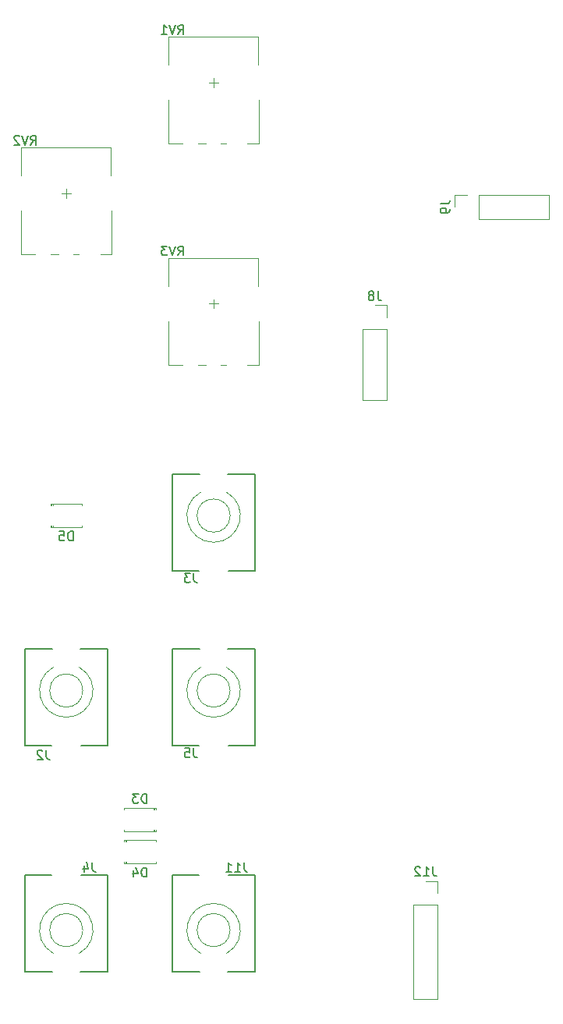
<source format=gbo>
%TF.GenerationSoftware,KiCad,Pcbnew,7.0.2-0*%
%TF.CreationDate,2023-07-19T20:31:15+01:00*%
%TF.ProjectId,attiny-modulator,61747469-6e79-42d6-9d6f-64756c61746f,rev02*%
%TF.SameCoordinates,Original*%
%TF.FileFunction,Legend,Bot*%
%TF.FilePolarity,Positive*%
%FSLAX46Y46*%
G04 Gerber Fmt 4.6, Leading zero omitted, Abs format (unit mm)*
G04 Created by KiCad (PCBNEW 7.0.2-0) date 2023-07-19 20:31:15*
%MOMM*%
%LPD*%
G01*
G04 APERTURE LIST*
%ADD10C,0.150000*%
%ADD11C,0.200000*%
%ADD12C,0.120000*%
G04 APERTURE END LIST*
D10*
%TO.C,J11*%
X125809523Y-142162619D02*
X125809523Y-142876904D01*
X125809523Y-142876904D02*
X125857142Y-143019761D01*
X125857142Y-143019761D02*
X125952380Y-143115000D01*
X125952380Y-143115000D02*
X126095237Y-143162619D01*
X126095237Y-143162619D02*
X126190475Y-143162619D01*
X124809523Y-143162619D02*
X125380951Y-143162619D01*
X125095237Y-143162619D02*
X125095237Y-142162619D01*
X125095237Y-142162619D02*
X125190475Y-142305476D01*
X125190475Y-142305476D02*
X125285713Y-142400714D01*
X125285713Y-142400714D02*
X125380951Y-142448333D01*
X123857142Y-143162619D02*
X124428570Y-143162619D01*
X124142856Y-143162619D02*
X124142856Y-142162619D01*
X124142856Y-142162619D02*
X124238094Y-142305476D01*
X124238094Y-142305476D02*
X124333332Y-142400714D01*
X124333332Y-142400714D02*
X124428570Y-142448333D01*
%TO.C,D5*%
X107233094Y-107222619D02*
X107233094Y-106222619D01*
X107233094Y-106222619D02*
X106994999Y-106222619D01*
X106994999Y-106222619D02*
X106852142Y-106270238D01*
X106852142Y-106270238D02*
X106756904Y-106365476D01*
X106756904Y-106365476D02*
X106709285Y-106460714D01*
X106709285Y-106460714D02*
X106661666Y-106651190D01*
X106661666Y-106651190D02*
X106661666Y-106794047D01*
X106661666Y-106794047D02*
X106709285Y-106984523D01*
X106709285Y-106984523D02*
X106756904Y-107079761D01*
X106756904Y-107079761D02*
X106852142Y-107175000D01*
X106852142Y-107175000D02*
X106994999Y-107222619D01*
X106994999Y-107222619D02*
X107233094Y-107222619D01*
X105756904Y-106222619D02*
X106233094Y-106222619D01*
X106233094Y-106222619D02*
X106280713Y-106698809D01*
X106280713Y-106698809D02*
X106233094Y-106651190D01*
X106233094Y-106651190D02*
X106137856Y-106603571D01*
X106137856Y-106603571D02*
X105899761Y-106603571D01*
X105899761Y-106603571D02*
X105804523Y-106651190D01*
X105804523Y-106651190D02*
X105756904Y-106698809D01*
X105756904Y-106698809D02*
X105709285Y-106794047D01*
X105709285Y-106794047D02*
X105709285Y-107032142D01*
X105709285Y-107032142D02*
X105756904Y-107127380D01*
X105756904Y-107127380D02*
X105804523Y-107175000D01*
X105804523Y-107175000D02*
X105899761Y-107222619D01*
X105899761Y-107222619D02*
X106137856Y-107222619D01*
X106137856Y-107222619D02*
X106233094Y-107175000D01*
X106233094Y-107175000D02*
X106280713Y-107127380D01*
%TO.C,RV2*%
X102650238Y-64247619D02*
X102983571Y-63771428D01*
X103221666Y-64247619D02*
X103221666Y-63247619D01*
X103221666Y-63247619D02*
X102840714Y-63247619D01*
X102840714Y-63247619D02*
X102745476Y-63295238D01*
X102745476Y-63295238D02*
X102697857Y-63342857D01*
X102697857Y-63342857D02*
X102650238Y-63438095D01*
X102650238Y-63438095D02*
X102650238Y-63580952D01*
X102650238Y-63580952D02*
X102697857Y-63676190D01*
X102697857Y-63676190D02*
X102745476Y-63723809D01*
X102745476Y-63723809D02*
X102840714Y-63771428D01*
X102840714Y-63771428D02*
X103221666Y-63771428D01*
X102364523Y-63247619D02*
X102031190Y-64247619D01*
X102031190Y-64247619D02*
X101697857Y-63247619D01*
X101412142Y-63342857D02*
X101364523Y-63295238D01*
X101364523Y-63295238D02*
X101269285Y-63247619D01*
X101269285Y-63247619D02*
X101031190Y-63247619D01*
X101031190Y-63247619D02*
X100935952Y-63295238D01*
X100935952Y-63295238D02*
X100888333Y-63342857D01*
X100888333Y-63342857D02*
X100840714Y-63438095D01*
X100840714Y-63438095D02*
X100840714Y-63533333D01*
X100840714Y-63533333D02*
X100888333Y-63676190D01*
X100888333Y-63676190D02*
X101459761Y-64247619D01*
X101459761Y-64247619D02*
X100840714Y-64247619D01*
%TO.C,J5*%
X120333333Y-129762619D02*
X120333333Y-130476904D01*
X120333333Y-130476904D02*
X120380952Y-130619761D01*
X120380952Y-130619761D02*
X120476190Y-130715000D01*
X120476190Y-130715000D02*
X120619047Y-130762619D01*
X120619047Y-130762619D02*
X120714285Y-130762619D01*
X119380952Y-129762619D02*
X119857142Y-129762619D01*
X119857142Y-129762619D02*
X119904761Y-130238809D01*
X119904761Y-130238809D02*
X119857142Y-130191190D01*
X119857142Y-130191190D02*
X119761904Y-130143571D01*
X119761904Y-130143571D02*
X119523809Y-130143571D01*
X119523809Y-130143571D02*
X119428571Y-130191190D01*
X119428571Y-130191190D02*
X119380952Y-130238809D01*
X119380952Y-130238809D02*
X119333333Y-130334047D01*
X119333333Y-130334047D02*
X119333333Y-130572142D01*
X119333333Y-130572142D02*
X119380952Y-130667380D01*
X119380952Y-130667380D02*
X119428571Y-130715000D01*
X119428571Y-130715000D02*
X119523809Y-130762619D01*
X119523809Y-130762619D02*
X119761904Y-130762619D01*
X119761904Y-130762619D02*
X119857142Y-130715000D01*
X119857142Y-130715000D02*
X119904761Y-130667380D01*
%TO.C,J9*%
X147132619Y-70666666D02*
X147846904Y-70666666D01*
X147846904Y-70666666D02*
X147989761Y-70619047D01*
X147989761Y-70619047D02*
X148085000Y-70523809D01*
X148085000Y-70523809D02*
X148132619Y-70380952D01*
X148132619Y-70380952D02*
X148132619Y-70285714D01*
X148132619Y-71190476D02*
X148132619Y-71380952D01*
X148132619Y-71380952D02*
X148085000Y-71476190D01*
X148085000Y-71476190D02*
X148037380Y-71523809D01*
X148037380Y-71523809D02*
X147894523Y-71619047D01*
X147894523Y-71619047D02*
X147704047Y-71666666D01*
X147704047Y-71666666D02*
X147323095Y-71666666D01*
X147323095Y-71666666D02*
X147227857Y-71619047D01*
X147227857Y-71619047D02*
X147180238Y-71571428D01*
X147180238Y-71571428D02*
X147132619Y-71476190D01*
X147132619Y-71476190D02*
X147132619Y-71285714D01*
X147132619Y-71285714D02*
X147180238Y-71190476D01*
X147180238Y-71190476D02*
X147227857Y-71142857D01*
X147227857Y-71142857D02*
X147323095Y-71095238D01*
X147323095Y-71095238D02*
X147561190Y-71095238D01*
X147561190Y-71095238D02*
X147656428Y-71142857D01*
X147656428Y-71142857D02*
X147704047Y-71190476D01*
X147704047Y-71190476D02*
X147751666Y-71285714D01*
X147751666Y-71285714D02*
X147751666Y-71476190D01*
X147751666Y-71476190D02*
X147704047Y-71571428D01*
X147704047Y-71571428D02*
X147656428Y-71619047D01*
X147656428Y-71619047D02*
X147561190Y-71666666D01*
%TO.C,J4*%
X109333333Y-142162619D02*
X109333333Y-142876904D01*
X109333333Y-142876904D02*
X109380952Y-143019761D01*
X109380952Y-143019761D02*
X109476190Y-143115000D01*
X109476190Y-143115000D02*
X109619047Y-143162619D01*
X109619047Y-143162619D02*
X109714285Y-143162619D01*
X108428571Y-142495952D02*
X108428571Y-143162619D01*
X108666666Y-142115000D02*
X108904761Y-142829285D01*
X108904761Y-142829285D02*
X108285714Y-142829285D01*
%TO.C,RV3*%
X118650238Y-76247619D02*
X118983571Y-75771428D01*
X119221666Y-76247619D02*
X119221666Y-75247619D01*
X119221666Y-75247619D02*
X118840714Y-75247619D01*
X118840714Y-75247619D02*
X118745476Y-75295238D01*
X118745476Y-75295238D02*
X118697857Y-75342857D01*
X118697857Y-75342857D02*
X118650238Y-75438095D01*
X118650238Y-75438095D02*
X118650238Y-75580952D01*
X118650238Y-75580952D02*
X118697857Y-75676190D01*
X118697857Y-75676190D02*
X118745476Y-75723809D01*
X118745476Y-75723809D02*
X118840714Y-75771428D01*
X118840714Y-75771428D02*
X119221666Y-75771428D01*
X118364523Y-75247619D02*
X118031190Y-76247619D01*
X118031190Y-76247619D02*
X117697857Y-75247619D01*
X117459761Y-75247619D02*
X116840714Y-75247619D01*
X116840714Y-75247619D02*
X117174047Y-75628571D01*
X117174047Y-75628571D02*
X117031190Y-75628571D01*
X117031190Y-75628571D02*
X116935952Y-75676190D01*
X116935952Y-75676190D02*
X116888333Y-75723809D01*
X116888333Y-75723809D02*
X116840714Y-75819047D01*
X116840714Y-75819047D02*
X116840714Y-76057142D01*
X116840714Y-76057142D02*
X116888333Y-76152380D01*
X116888333Y-76152380D02*
X116935952Y-76200000D01*
X116935952Y-76200000D02*
X117031190Y-76247619D01*
X117031190Y-76247619D02*
X117316904Y-76247619D01*
X117316904Y-76247619D02*
X117412142Y-76200000D01*
X117412142Y-76200000D02*
X117459761Y-76152380D01*
%TO.C,D3*%
X115243094Y-135702619D02*
X115243094Y-134702619D01*
X115243094Y-134702619D02*
X115004999Y-134702619D01*
X115004999Y-134702619D02*
X114862142Y-134750238D01*
X114862142Y-134750238D02*
X114766904Y-134845476D01*
X114766904Y-134845476D02*
X114719285Y-134940714D01*
X114719285Y-134940714D02*
X114671666Y-135131190D01*
X114671666Y-135131190D02*
X114671666Y-135274047D01*
X114671666Y-135274047D02*
X114719285Y-135464523D01*
X114719285Y-135464523D02*
X114766904Y-135559761D01*
X114766904Y-135559761D02*
X114862142Y-135655000D01*
X114862142Y-135655000D02*
X115004999Y-135702619D01*
X115004999Y-135702619D02*
X115243094Y-135702619D01*
X114338332Y-134702619D02*
X113719285Y-134702619D01*
X113719285Y-134702619D02*
X114052618Y-135083571D01*
X114052618Y-135083571D02*
X113909761Y-135083571D01*
X113909761Y-135083571D02*
X113814523Y-135131190D01*
X113814523Y-135131190D02*
X113766904Y-135178809D01*
X113766904Y-135178809D02*
X113719285Y-135274047D01*
X113719285Y-135274047D02*
X113719285Y-135512142D01*
X113719285Y-135512142D02*
X113766904Y-135607380D01*
X113766904Y-135607380D02*
X113814523Y-135655000D01*
X113814523Y-135655000D02*
X113909761Y-135702619D01*
X113909761Y-135702619D02*
X114195475Y-135702619D01*
X114195475Y-135702619D02*
X114290713Y-135655000D01*
X114290713Y-135655000D02*
X114338332Y-135607380D01*
%TO.C,RV1*%
X118650238Y-52247619D02*
X118983571Y-51771428D01*
X119221666Y-52247619D02*
X119221666Y-51247619D01*
X119221666Y-51247619D02*
X118840714Y-51247619D01*
X118840714Y-51247619D02*
X118745476Y-51295238D01*
X118745476Y-51295238D02*
X118697857Y-51342857D01*
X118697857Y-51342857D02*
X118650238Y-51438095D01*
X118650238Y-51438095D02*
X118650238Y-51580952D01*
X118650238Y-51580952D02*
X118697857Y-51676190D01*
X118697857Y-51676190D02*
X118745476Y-51723809D01*
X118745476Y-51723809D02*
X118840714Y-51771428D01*
X118840714Y-51771428D02*
X119221666Y-51771428D01*
X118364523Y-51247619D02*
X118031190Y-52247619D01*
X118031190Y-52247619D02*
X117697857Y-51247619D01*
X116840714Y-52247619D02*
X117412142Y-52247619D01*
X117126428Y-52247619D02*
X117126428Y-51247619D01*
X117126428Y-51247619D02*
X117221666Y-51390476D01*
X117221666Y-51390476D02*
X117316904Y-51485714D01*
X117316904Y-51485714D02*
X117412142Y-51533333D01*
%TO.C,J3*%
X120333333Y-110762619D02*
X120333333Y-111476904D01*
X120333333Y-111476904D02*
X120380952Y-111619761D01*
X120380952Y-111619761D02*
X120476190Y-111715000D01*
X120476190Y-111715000D02*
X120619047Y-111762619D01*
X120619047Y-111762619D02*
X120714285Y-111762619D01*
X119952380Y-110762619D02*
X119333333Y-110762619D01*
X119333333Y-110762619D02*
X119666666Y-111143571D01*
X119666666Y-111143571D02*
X119523809Y-111143571D01*
X119523809Y-111143571D02*
X119428571Y-111191190D01*
X119428571Y-111191190D02*
X119380952Y-111238809D01*
X119380952Y-111238809D02*
X119333333Y-111334047D01*
X119333333Y-111334047D02*
X119333333Y-111572142D01*
X119333333Y-111572142D02*
X119380952Y-111667380D01*
X119380952Y-111667380D02*
X119428571Y-111715000D01*
X119428571Y-111715000D02*
X119523809Y-111762619D01*
X119523809Y-111762619D02*
X119809523Y-111762619D01*
X119809523Y-111762619D02*
X119904761Y-111715000D01*
X119904761Y-111715000D02*
X119952380Y-111667380D01*
%TO.C,D4*%
X115233094Y-143722619D02*
X115233094Y-142722619D01*
X115233094Y-142722619D02*
X114994999Y-142722619D01*
X114994999Y-142722619D02*
X114852142Y-142770238D01*
X114852142Y-142770238D02*
X114756904Y-142865476D01*
X114756904Y-142865476D02*
X114709285Y-142960714D01*
X114709285Y-142960714D02*
X114661666Y-143151190D01*
X114661666Y-143151190D02*
X114661666Y-143294047D01*
X114661666Y-143294047D02*
X114709285Y-143484523D01*
X114709285Y-143484523D02*
X114756904Y-143579761D01*
X114756904Y-143579761D02*
X114852142Y-143675000D01*
X114852142Y-143675000D02*
X114994999Y-143722619D01*
X114994999Y-143722619D02*
X115233094Y-143722619D01*
X113804523Y-143055952D02*
X113804523Y-143722619D01*
X114042618Y-142675000D02*
X114280713Y-143389285D01*
X114280713Y-143389285D02*
X113661666Y-143389285D01*
%TO.C,J12*%
X146309523Y-142632619D02*
X146309523Y-143346904D01*
X146309523Y-143346904D02*
X146357142Y-143489761D01*
X146357142Y-143489761D02*
X146452380Y-143585000D01*
X146452380Y-143585000D02*
X146595237Y-143632619D01*
X146595237Y-143632619D02*
X146690475Y-143632619D01*
X145309523Y-143632619D02*
X145880951Y-143632619D01*
X145595237Y-143632619D02*
X145595237Y-142632619D01*
X145595237Y-142632619D02*
X145690475Y-142775476D01*
X145690475Y-142775476D02*
X145785713Y-142870714D01*
X145785713Y-142870714D02*
X145880951Y-142918333D01*
X144928570Y-142727857D02*
X144880951Y-142680238D01*
X144880951Y-142680238D02*
X144785713Y-142632619D01*
X144785713Y-142632619D02*
X144547618Y-142632619D01*
X144547618Y-142632619D02*
X144452380Y-142680238D01*
X144452380Y-142680238D02*
X144404761Y-142727857D01*
X144404761Y-142727857D02*
X144357142Y-142823095D01*
X144357142Y-142823095D02*
X144357142Y-142918333D01*
X144357142Y-142918333D02*
X144404761Y-143061190D01*
X144404761Y-143061190D02*
X144976189Y-143632619D01*
X144976189Y-143632619D02*
X144357142Y-143632619D01*
%TO.C,J2*%
X104333333Y-129962619D02*
X104333333Y-130676904D01*
X104333333Y-130676904D02*
X104380952Y-130819761D01*
X104380952Y-130819761D02*
X104476190Y-130915000D01*
X104476190Y-130915000D02*
X104619047Y-130962619D01*
X104619047Y-130962619D02*
X104714285Y-130962619D01*
X103904761Y-130057857D02*
X103857142Y-130010238D01*
X103857142Y-130010238D02*
X103761904Y-129962619D01*
X103761904Y-129962619D02*
X103523809Y-129962619D01*
X103523809Y-129962619D02*
X103428571Y-130010238D01*
X103428571Y-130010238D02*
X103380952Y-130057857D01*
X103380952Y-130057857D02*
X103333333Y-130153095D01*
X103333333Y-130153095D02*
X103333333Y-130248333D01*
X103333333Y-130248333D02*
X103380952Y-130391190D01*
X103380952Y-130391190D02*
X103952380Y-130962619D01*
X103952380Y-130962619D02*
X103333333Y-130962619D01*
%TO.C,J8*%
X140333333Y-80132619D02*
X140333333Y-80846904D01*
X140333333Y-80846904D02*
X140380952Y-80989761D01*
X140380952Y-80989761D02*
X140476190Y-81085000D01*
X140476190Y-81085000D02*
X140619047Y-81132619D01*
X140619047Y-81132619D02*
X140714285Y-81132619D01*
X139714285Y-80561190D02*
X139809523Y-80513571D01*
X139809523Y-80513571D02*
X139857142Y-80465952D01*
X139857142Y-80465952D02*
X139904761Y-80370714D01*
X139904761Y-80370714D02*
X139904761Y-80323095D01*
X139904761Y-80323095D02*
X139857142Y-80227857D01*
X139857142Y-80227857D02*
X139809523Y-80180238D01*
X139809523Y-80180238D02*
X139714285Y-80132619D01*
X139714285Y-80132619D02*
X139523809Y-80132619D01*
X139523809Y-80132619D02*
X139428571Y-80180238D01*
X139428571Y-80180238D02*
X139380952Y-80227857D01*
X139380952Y-80227857D02*
X139333333Y-80323095D01*
X139333333Y-80323095D02*
X139333333Y-80370714D01*
X139333333Y-80370714D02*
X139380952Y-80465952D01*
X139380952Y-80465952D02*
X139428571Y-80513571D01*
X139428571Y-80513571D02*
X139523809Y-80561190D01*
X139523809Y-80561190D02*
X139714285Y-80561190D01*
X139714285Y-80561190D02*
X139809523Y-80608809D01*
X139809523Y-80608809D02*
X139857142Y-80656428D01*
X139857142Y-80656428D02*
X139904761Y-80751666D01*
X139904761Y-80751666D02*
X139904761Y-80942142D01*
X139904761Y-80942142D02*
X139857142Y-81037380D01*
X139857142Y-81037380D02*
X139809523Y-81085000D01*
X139809523Y-81085000D02*
X139714285Y-81132619D01*
X139714285Y-81132619D02*
X139523809Y-81132619D01*
X139523809Y-81132619D02*
X139428571Y-81085000D01*
X139428571Y-81085000D02*
X139380952Y-81037380D01*
X139380952Y-81037380D02*
X139333333Y-80942142D01*
X139333333Y-80942142D02*
X139333333Y-80751666D01*
X139333333Y-80751666D02*
X139380952Y-80656428D01*
X139380952Y-80656428D02*
X139428571Y-80608809D01*
X139428571Y-80608809D02*
X139523809Y-80561190D01*
D11*
%TO.C,J11*%
X127000000Y-154000000D02*
X127000000Y-143500000D01*
X127000000Y-154000000D02*
X124000000Y-154000000D01*
X127000000Y-143500000D02*
X124100000Y-143500000D01*
X121000000Y-154000000D02*
X118000000Y-154000000D01*
X120900000Y-143500000D02*
X118000000Y-143500000D01*
X118000000Y-154000000D02*
X118000000Y-143500000D01*
D12*
X123897000Y-152039999D02*
G75*
G03*
X121103000Y-152039999I-1397000J2539999D01*
G01*
X124300000Y-149500000D02*
G75*
G03*
X124300000Y-149500000I-1800000J0D01*
G01*
%TO.C,D5*%
X104785000Y-103240000D02*
X108205000Y-103240000D01*
X104785000Y-103420000D02*
X104785000Y-103240000D01*
X104785000Y-105760000D02*
X104785000Y-105580000D01*
X104785000Y-105760000D02*
X108205000Y-105760000D01*
X104905000Y-103420000D02*
X104905000Y-103240000D01*
X104905000Y-105760000D02*
X104905000Y-105580000D01*
X105025000Y-103420000D02*
X105025000Y-103240000D01*
X105025000Y-105760000D02*
X105025000Y-105580000D01*
X108205000Y-103405000D02*
X108205000Y-103240000D01*
X108205000Y-105760000D02*
X108205000Y-105595000D01*
%TO.C,RV2*%
X111380000Y-76120000D02*
X111380000Y-71400000D01*
X111370000Y-67590000D02*
X111370000Y-64530000D01*
X110190000Y-76120000D02*
X111370000Y-76120000D01*
X107290000Y-76120000D02*
X107820000Y-76120000D01*
X107000000Y-69500000D02*
X106000000Y-69500000D01*
X106500000Y-69000000D02*
X106500000Y-70000000D01*
X104840000Y-76120000D02*
X105670000Y-76120000D01*
X101630000Y-76120000D02*
X103120000Y-76120000D01*
X101630000Y-76120000D02*
X101630000Y-71400000D01*
X101630000Y-67590000D02*
X101630000Y-64530000D01*
X101630000Y-64530000D02*
X111370000Y-64530000D01*
D11*
%TO.C,J5*%
X118000000Y-119000000D02*
X118000000Y-129500000D01*
X118000000Y-119000000D02*
X121000000Y-119000000D01*
X118000000Y-129500000D02*
X120900000Y-129500000D01*
X124000000Y-119000000D02*
X127000000Y-119000000D01*
X124100000Y-129500000D02*
X127000000Y-129500000D01*
X127000000Y-119000000D02*
X127000000Y-129500000D01*
D12*
X121103000Y-120960001D02*
G75*
G03*
X123897000Y-120960001I1397000J-2539999D01*
G01*
X124300000Y-123500000D02*
G75*
G03*
X124300000Y-123500000I-1800000J0D01*
G01*
%TO.C,J9*%
X158950000Y-69670000D02*
X158950000Y-72330000D01*
X151270000Y-69670000D02*
X158950000Y-69670000D01*
X151270000Y-69670000D02*
X151270000Y-72330000D01*
X150000000Y-69670000D02*
X148670000Y-69670000D01*
X148670000Y-69670000D02*
X148670000Y-71000000D01*
X151270000Y-72330000D02*
X158950000Y-72330000D01*
D11*
%TO.C,J4*%
X111000000Y-154000000D02*
X111000000Y-143500000D01*
X111000000Y-154000000D02*
X108000000Y-154000000D01*
X111000000Y-143500000D02*
X108100000Y-143500000D01*
X105000000Y-154000000D02*
X102000000Y-154000000D01*
X104900000Y-143500000D02*
X102000000Y-143500000D01*
X102000000Y-154000000D02*
X102000000Y-143500000D01*
D12*
X107897000Y-152039999D02*
G75*
G03*
X105103000Y-152039999I-1397000J2539999D01*
G01*
X108300000Y-149500000D02*
G75*
G03*
X108300000Y-149500000I-1800000J0D01*
G01*
%TO.C,RV3*%
X127380000Y-88120000D02*
X127380000Y-83400000D01*
X127370000Y-79590000D02*
X127370000Y-76530000D01*
X126190000Y-88120000D02*
X127370000Y-88120000D01*
X123290000Y-88120000D02*
X123820000Y-88120000D01*
X123000000Y-81500000D02*
X122000000Y-81500000D01*
X122500000Y-81000000D02*
X122500000Y-82000000D01*
X120840000Y-88120000D02*
X121670000Y-88120000D01*
X117630000Y-88120000D02*
X119120000Y-88120000D01*
X117630000Y-88120000D02*
X117630000Y-83400000D01*
X117630000Y-79590000D02*
X117630000Y-76530000D01*
X117630000Y-76530000D02*
X127370000Y-76530000D01*
%TO.C,D3*%
X116215000Y-138760000D02*
X112795000Y-138760000D01*
X116215000Y-138580000D02*
X116215000Y-138760000D01*
X116215000Y-136240000D02*
X116215000Y-136420000D01*
X116215000Y-136240000D02*
X112795000Y-136240000D01*
X116095000Y-138580000D02*
X116095000Y-138760000D01*
X116095000Y-136240000D02*
X116095000Y-136420000D01*
X115975000Y-138580000D02*
X115975000Y-138760000D01*
X115975000Y-136240000D02*
X115975000Y-136420000D01*
X112795000Y-138595000D02*
X112795000Y-138760000D01*
X112795000Y-136240000D02*
X112795000Y-136405000D01*
%TO.C,RV1*%
X127380000Y-64120000D02*
X127380000Y-59400000D01*
X127370000Y-55590000D02*
X127370000Y-52530000D01*
X126190000Y-64120000D02*
X127370000Y-64120000D01*
X123290000Y-64120000D02*
X123820000Y-64120000D01*
X123000000Y-57500000D02*
X122000000Y-57500000D01*
X122500000Y-57000000D02*
X122500000Y-58000000D01*
X120840000Y-64120000D02*
X121670000Y-64120000D01*
X117630000Y-64120000D02*
X119120000Y-64120000D01*
X117630000Y-64120000D02*
X117630000Y-59400000D01*
X117630000Y-55590000D02*
X117630000Y-52530000D01*
X117630000Y-52530000D02*
X127370000Y-52530000D01*
D11*
%TO.C,J3*%
X118000000Y-100000000D02*
X118000000Y-110500000D01*
X118000000Y-100000000D02*
X121000000Y-100000000D01*
X118000000Y-110500000D02*
X120900000Y-110500000D01*
X124000000Y-100000000D02*
X127000000Y-100000000D01*
X124100000Y-110500000D02*
X127000000Y-110500000D01*
X127000000Y-100000000D02*
X127000000Y-110500000D01*
D12*
X121103000Y-101960001D02*
G75*
G03*
X123897000Y-101960001I1397000J-2539999D01*
G01*
X124300000Y-104500000D02*
G75*
G03*
X124300000Y-104500000I-1800000J0D01*
G01*
%TO.C,D4*%
X112785000Y-139740000D02*
X116205000Y-139740000D01*
X112785000Y-139920000D02*
X112785000Y-139740000D01*
X112785000Y-142260000D02*
X112785000Y-142080000D01*
X112785000Y-142260000D02*
X116205000Y-142260000D01*
X112905000Y-139920000D02*
X112905000Y-139740000D01*
X112905000Y-142260000D02*
X112905000Y-142080000D01*
X113025000Y-139920000D02*
X113025000Y-139740000D01*
X113025000Y-142260000D02*
X113025000Y-142080000D01*
X116205000Y-139905000D02*
X116205000Y-139740000D01*
X116205000Y-142260000D02*
X116205000Y-142095000D01*
%TO.C,J12*%
X146830000Y-156990000D02*
X144170000Y-156990000D01*
X146830000Y-146770000D02*
X146830000Y-156990000D01*
X146830000Y-146770000D02*
X144170000Y-146770000D01*
X146830000Y-145500000D02*
X146830000Y-144170000D01*
X146830000Y-144170000D02*
X145500000Y-144170000D01*
X144170000Y-146770000D02*
X144170000Y-156990000D01*
D11*
%TO.C,J2*%
X102000000Y-119000000D02*
X102000000Y-129500000D01*
X102000000Y-119000000D02*
X105000000Y-119000000D01*
X102000000Y-129500000D02*
X104900000Y-129500000D01*
X108000000Y-119000000D02*
X111000000Y-119000000D01*
X108100000Y-129500000D02*
X111000000Y-129500000D01*
X111000000Y-119000000D02*
X111000000Y-129500000D01*
D12*
X105103000Y-120960001D02*
G75*
G03*
X107897000Y-120960001I1397000J-2539999D01*
G01*
X108300000Y-123500000D02*
G75*
G03*
X108300000Y-123500000I-1800000J0D01*
G01*
%TO.C,J8*%
X141330000Y-91950000D02*
X138670000Y-91950000D01*
X141330000Y-84270000D02*
X141330000Y-91950000D01*
X141330000Y-84270000D02*
X138670000Y-84270000D01*
X141330000Y-83000000D02*
X141330000Y-81670000D01*
X141330000Y-81670000D02*
X140000000Y-81670000D01*
X138670000Y-84270000D02*
X138670000Y-91950000D01*
%TD*%
M02*

</source>
